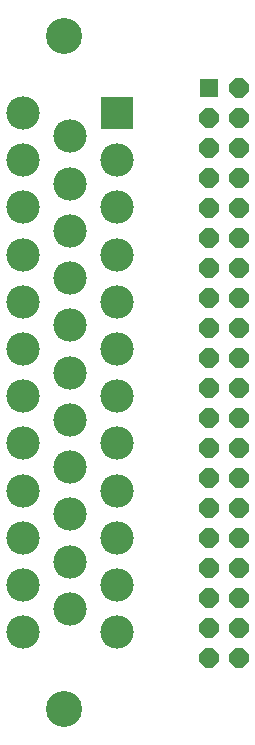
<source format=gbr>
G04 EAGLE Gerber RS-274X export*
G75*
%MOMM*%
%FSLAX34Y34*%
%LPD*%
%INSoldermask Bottom*%
%IPPOS*%
%AMOC8*
5,1,8,0,0,1.08239X$1,22.5*%
G01*
%ADD10C,3.053200*%
%ADD11R,2.828200X2.828200*%
%ADD12C,2.828200*%
%ADD13R,1.625600X1.625600*%
%ADD14P,1.759533X8X292.500000*%


D10*
X85000Y715000D03*
X85000Y145000D03*
D11*
X130000Y650000D03*
D12*
X130000Y610000D03*
X130000Y570000D03*
X130000Y530000D03*
X130000Y490000D03*
X130000Y450000D03*
X130000Y410000D03*
X130000Y370000D03*
X130000Y330000D03*
X130000Y290000D03*
X130000Y250000D03*
X130000Y210000D03*
X90000Y630000D03*
X90000Y590000D03*
X90000Y550000D03*
X90000Y510000D03*
X90000Y470000D03*
X90000Y430000D03*
X90000Y390000D03*
X90000Y350000D03*
X90000Y310000D03*
X90000Y270000D03*
X90000Y230000D03*
X50000Y650000D03*
X50000Y610000D03*
X50000Y570000D03*
X50000Y530000D03*
X50000Y490000D03*
X50000Y450000D03*
X50000Y410000D03*
X50000Y370000D03*
X50000Y330000D03*
X50000Y290000D03*
X50000Y250000D03*
X50000Y210000D03*
D13*
X207300Y671300D03*
D14*
X232700Y671300D03*
X207300Y645900D03*
X232700Y645900D03*
X207300Y620500D03*
X232700Y620500D03*
X207300Y595100D03*
X232700Y595100D03*
X207300Y569700D03*
X232700Y569700D03*
X207300Y544300D03*
X232700Y544300D03*
X207300Y518900D03*
X232700Y518900D03*
X207300Y493500D03*
X232700Y493500D03*
X207300Y468100D03*
X232700Y468100D03*
X207300Y442700D03*
X232700Y442700D03*
X207300Y417300D03*
X232700Y417300D03*
X207300Y391900D03*
X232700Y391900D03*
X207300Y366500D03*
X232700Y366500D03*
X232700Y341100D03*
X207300Y341100D03*
X232700Y315700D03*
X207300Y315700D03*
X232700Y290300D03*
X207300Y290300D03*
X207300Y264900D03*
X232700Y264900D03*
X207300Y239500D03*
X232700Y239500D03*
X232700Y214100D03*
X207300Y214100D03*
X207300Y188700D03*
X232700Y188700D03*
M02*

</source>
